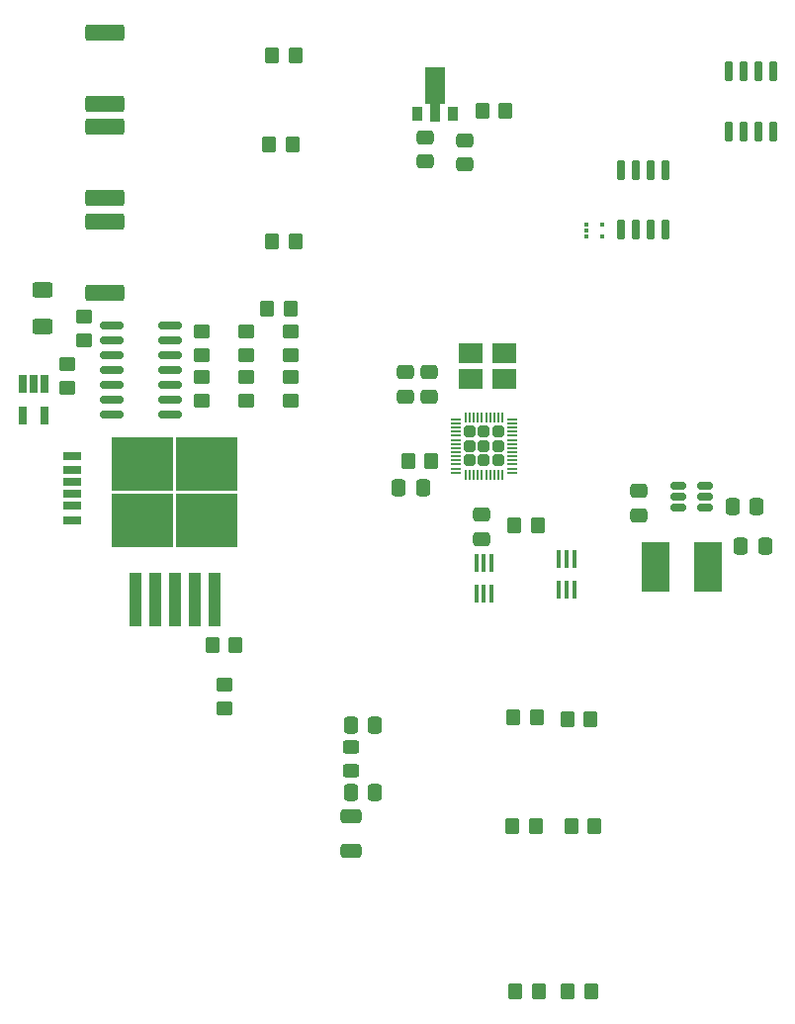
<source format=gbr>
%TF.GenerationSoftware,KiCad,Pcbnew,(6.0.2)*%
%TF.CreationDate,2022-04-25T03:39:25-07:00*%
%TF.ProjectId,schematic,73636865-6d61-4746-9963-2e6b69636164,rev?*%
%TF.SameCoordinates,Original*%
%TF.FileFunction,Paste,Top*%
%TF.FilePolarity,Positive*%
%FSLAX46Y46*%
G04 Gerber Fmt 4.6, Leading zero omitted, Abs format (unit mm)*
G04 Created by KiCad (PCBNEW (6.0.2)) date 2022-04-25 03:39:25*
%MOMM*%
%LPD*%
G01*
G04 APERTURE LIST*
G04 Aperture macros list*
%AMRoundRect*
0 Rectangle with rounded corners*
0 $1 Rounding radius*
0 $2 $3 $4 $5 $6 $7 $8 $9 X,Y pos of 4 corners*
0 Add a 4 corners polygon primitive as box body*
4,1,4,$2,$3,$4,$5,$6,$7,$8,$9,$2,$3,0*
0 Add four circle primitives for the rounded corners*
1,1,$1+$1,$2,$3*
1,1,$1+$1,$4,$5*
1,1,$1+$1,$6,$7*
1,1,$1+$1,$8,$9*
0 Add four rect primitives between the rounded corners*
20,1,$1+$1,$2,$3,$4,$5,0*
20,1,$1+$1,$4,$5,$6,$7,0*
20,1,$1+$1,$6,$7,$8,$9,0*
20,1,$1+$1,$8,$9,$2,$3,0*%
%AMFreePoly0*
4,1,9,3.862500,-0.866500,0.737500,-0.866500,0.737500,-0.450000,-0.737500,-0.450000,-0.737500,0.450000,0.737500,0.450000,0.737500,0.866500,3.862500,0.866500,3.862500,-0.866500,3.862500,-0.866500,$1*%
G04 Aperture macros list end*
%ADD10RoundRect,0.250000X-0.650000X0.350000X-0.650000X-0.350000X0.650000X-0.350000X0.650000X0.350000X0*%
%ADD11RoundRect,0.250000X-0.337500X-0.475000X0.337500X-0.475000X0.337500X0.475000X-0.337500X0.475000X0*%
%ADD12RoundRect,0.250000X0.450000X-0.325000X0.450000X0.325000X-0.450000X0.325000X-0.450000X-0.325000X0*%
%ADD13R,0.400000X1.500000*%
%ADD14RoundRect,0.250000X-0.350000X-0.450000X0.350000X-0.450000X0.350000X0.450000X-0.350000X0.450000X0*%
%ADD15RoundRect,0.250000X0.337500X0.475000X-0.337500X0.475000X-0.337500X-0.475000X0.337500X-0.475000X0*%
%ADD16RoundRect,0.150000X-0.150000X0.725000X-0.150000X-0.725000X0.150000X-0.725000X0.150000X0.725000X0*%
%ADD17RoundRect,0.150000X0.512500X0.150000X-0.512500X0.150000X-0.512500X-0.150000X0.512500X-0.150000X0*%
%ADD18R,0.900000X1.300000*%
%ADD19FreePoly0,90.000000*%
%ADD20RoundRect,0.250000X-0.475000X0.337500X-0.475000X-0.337500X0.475000X-0.337500X0.475000X0.337500X0*%
%ADD21RoundRect,0.250000X0.450000X-0.350000X0.450000X0.350000X-0.450000X0.350000X-0.450000X-0.350000X0*%
%ADD22RoundRect,0.250000X-0.450000X0.350000X-0.450000X-0.350000X0.450000X-0.350000X0.450000X0.350000X0*%
%ADD23R,2.400000X4.200000*%
%ADD24R,0.650000X1.560000*%
%ADD25RoundRect,0.250000X0.350000X0.450000X-0.350000X0.450000X-0.350000X-0.450000X0.350000X-0.450000X0*%
%ADD26R,1.600000X0.800000*%
%ADD27R,1.600000X0.760000*%
%ADD28R,1.600000X0.700000*%
%ADD29R,2.100000X1.800000*%
%ADD30R,1.100000X4.600000*%
%ADD31R,5.250000X4.550000*%
%ADD32RoundRect,0.247500X-0.247500X-0.247500X0.247500X-0.247500X0.247500X0.247500X-0.247500X0.247500X0*%
%ADD33RoundRect,0.050000X-0.350000X-0.050000X0.350000X-0.050000X0.350000X0.050000X-0.350000X0.050000X0*%
%ADD34RoundRect,0.050000X-0.050000X-0.350000X0.050000X-0.350000X0.050000X0.350000X-0.050000X0.350000X0*%
%ADD35RoundRect,0.250000X0.625000X-0.400000X0.625000X0.400000X-0.625000X0.400000X-0.625000X-0.400000X0*%
%ADD36R,0.450000X0.300000*%
%ADD37RoundRect,0.150000X-0.825000X-0.150000X0.825000X-0.150000X0.825000X0.150000X-0.825000X0.150000X0*%
%ADD38RoundRect,0.249999X-1.425001X0.450001X-1.425001X-0.450001X1.425001X-0.450001X1.425001X0.450001X0*%
%ADD39RoundRect,0.150000X0.150000X-0.725000X0.150000X0.725000X-0.150000X0.725000X-0.150000X-0.725000X0*%
%ADD40RoundRect,0.250000X0.475000X-0.337500X0.475000X0.337500X-0.475000X0.337500X-0.475000X-0.337500X0*%
G04 APERTURE END LIST*
D10*
%TO.C,AE1*%
X127203200Y-125018800D03*
X127203200Y-127918800D03*
%TD*%
D11*
%TO.C,C1*%
X127203200Y-122986800D03*
X129278200Y-122986800D03*
%TD*%
%TO.C,C2*%
X127177800Y-117170200D03*
X129252800Y-117170200D03*
%TD*%
D12*
%TO.C,L1*%
X127203200Y-121099800D03*
X127203200Y-119049800D03*
%TD*%
D13*
%TO.C,U21*%
X146319000Y-105597000D03*
X145669000Y-105597000D03*
X145019000Y-105597000D03*
X145019000Y-102937000D03*
X145669000Y-102937000D03*
X146319000Y-102937000D03*
%TD*%
%TO.C,U20*%
X137932400Y-103292600D03*
X138582400Y-103292600D03*
X139232400Y-103292600D03*
X139232400Y-105952600D03*
X138582400Y-105952600D03*
X137932400Y-105952600D03*
%TD*%
D14*
%TO.C,R10*%
X132096000Y-94589600D03*
X134096000Y-94589600D03*
%TD*%
D15*
%TO.C,C16*%
X133350000Y-96875600D03*
X131275000Y-96875600D03*
%TD*%
D16*
%TO.C,U3*%
X163347400Y-66379800D03*
X162077400Y-66379800D03*
X160807400Y-66379800D03*
X159537400Y-66379800D03*
X159537400Y-61229800D03*
X160807400Y-61229800D03*
X162077400Y-61229800D03*
X163347400Y-61229800D03*
%TD*%
D14*
%TO.C,R2*%
X138430000Y-64617600D03*
X140430000Y-64617600D03*
%TD*%
D17*
%TO.C,U16*%
X155210100Y-98587600D03*
X155210100Y-97637600D03*
X155210100Y-96687600D03*
X157485100Y-96687600D03*
X157485100Y-97637600D03*
X157485100Y-98587600D03*
%TD*%
D18*
%TO.C,U19*%
X135891400Y-64870600D03*
D19*
X134391400Y-64783100D03*
D18*
X132891400Y-64870600D03*
%TD*%
D11*
%TO.C,C13*%
X161957100Y-98475800D03*
X159882100Y-98475800D03*
%TD*%
D20*
%TO.C,C12*%
X136982200Y-69232600D03*
X136982200Y-67157600D03*
%TD*%
D21*
%TO.C,R39*%
X116357400Y-115731800D03*
X116357400Y-113731800D03*
%TD*%
D22*
%TO.C,R26*%
X118205200Y-85513000D03*
X118205200Y-83513000D03*
%TD*%
D23*
%TO.C,L2*%
X157810200Y-103682800D03*
X153310200Y-103682800D03*
%TD*%
D24*
%TO.C,U15*%
X101000600Y-90681800D03*
X99100600Y-90681800D03*
X99100600Y-87981800D03*
X100050600Y-87981800D03*
X101000600Y-87981800D03*
%TD*%
D25*
%TO.C,R3*%
X141214600Y-100076000D03*
X143214600Y-100076000D03*
%TD*%
D20*
%TO.C,C3*%
X133897200Y-89074600D03*
X133897200Y-86999600D03*
%TD*%
D22*
%TO.C,R25*%
X122015200Y-89418000D03*
X122015200Y-87418000D03*
%TD*%
D14*
%TO.C,R17*%
X122465800Y-59859000D03*
X120465800Y-59859000D03*
%TD*%
D25*
%TO.C,R20*%
X145710400Y-116662200D03*
X147710400Y-116662200D03*
%TD*%
D26*
%TO.C,J2*%
X103291800Y-94150600D03*
D27*
X103291800Y-95380600D03*
D28*
X103291800Y-97400600D03*
D26*
X103291800Y-99650600D03*
D27*
X103291800Y-98420600D03*
D28*
X103291800Y-96400600D03*
%TD*%
D14*
%TO.C,R18*%
X122211800Y-67479000D03*
X120211800Y-67479000D03*
%TD*%
D25*
%TO.C,R40*%
X117332000Y-110363000D03*
X115332000Y-110363000D03*
%TD*%
D29*
%TO.C,Y1*%
X137474200Y-87550600D03*
X140374200Y-87550600D03*
X140374200Y-85350600D03*
X137474200Y-85350600D03*
%TD*%
D14*
%TO.C,R19*%
X122440400Y-75759400D03*
X120440400Y-75759400D03*
%TD*%
D30*
%TO.C,U17*%
X115515600Y-106409800D03*
X113815600Y-106409800D03*
X112115600Y-106409800D03*
X110415600Y-106409800D03*
X108715600Y-106409800D03*
D31*
X109340600Y-99684800D03*
X109340600Y-94834800D03*
X114890600Y-94834800D03*
X114890600Y-99684800D03*
%TD*%
D32*
%TO.C,U1*%
X139826200Y-92075600D03*
X138596200Y-92075600D03*
X138596200Y-93305600D03*
X139826200Y-93305600D03*
X137366200Y-92075600D03*
X138596200Y-94535600D03*
X137366200Y-94535600D03*
X137366200Y-93305600D03*
X139826200Y-94535600D03*
D33*
X136146200Y-91030600D03*
X136146200Y-91380600D03*
X136146200Y-91730600D03*
X136146200Y-92080600D03*
X136146200Y-92430600D03*
X136146200Y-92780600D03*
X136146200Y-93130600D03*
X136146200Y-93480600D03*
X136146200Y-93830600D03*
X136146200Y-94180600D03*
X136146200Y-94530600D03*
X136146200Y-94880600D03*
X136146200Y-95230600D03*
X136146200Y-95580600D03*
D34*
X137021200Y-95755600D03*
X137371200Y-95755600D03*
X137721200Y-95755600D03*
X138071200Y-95755600D03*
X138421200Y-95755600D03*
X138771200Y-95755600D03*
X139121200Y-95755600D03*
X139471200Y-95755600D03*
X139821200Y-95755600D03*
X140171200Y-95755600D03*
D33*
X141046200Y-95580600D03*
X141046200Y-95230600D03*
X141046200Y-94880600D03*
X141046200Y-94530600D03*
X141046200Y-94180600D03*
X141046200Y-93830600D03*
X141046200Y-93480600D03*
X141046200Y-93130600D03*
X141046200Y-92780600D03*
X141046200Y-92430600D03*
X141046200Y-92080600D03*
X141046200Y-91730600D03*
X141046200Y-91380600D03*
X141046200Y-91030600D03*
D34*
X140171200Y-90855600D03*
X139821200Y-90855600D03*
X139471200Y-90855600D03*
X139121200Y-90855600D03*
X138771200Y-90855600D03*
X138421200Y-90855600D03*
X138071200Y-90855600D03*
X137721200Y-90855600D03*
X137371200Y-90855600D03*
X137021200Y-90855600D03*
%TD*%
D25*
%TO.C,TH1*%
X141113000Y-116535200D03*
X143113000Y-116535200D03*
%TD*%
D35*
%TO.C,R4*%
X100755400Y-79950400D03*
X100755400Y-83050400D03*
%TD*%
D25*
%TO.C,R21*%
X146066000Y-125857000D03*
X148066000Y-125857000D03*
%TD*%
D36*
%TO.C,U8*%
X148756600Y-74379200D03*
X148756600Y-75379200D03*
X147356600Y-75379200D03*
X147356600Y-74879200D03*
X147356600Y-74379200D03*
%TD*%
D25*
%TO.C,TH2*%
X141011400Y-125831600D03*
X143011400Y-125831600D03*
%TD*%
D22*
%TO.C,R27*%
X118205200Y-89418000D03*
X118205200Y-87418000D03*
%TD*%
D37*
%TO.C,U5*%
X111688600Y-83007800D03*
X111688600Y-84277800D03*
X111688600Y-85547800D03*
X111688600Y-86817800D03*
X111688600Y-88087800D03*
X111688600Y-89357800D03*
X111688600Y-90627800D03*
X106738600Y-90627800D03*
X106738600Y-89357800D03*
X106738600Y-88087800D03*
X106738600Y-86817800D03*
X106738600Y-85547800D03*
X106738600Y-84277800D03*
X106738600Y-83007800D03*
%TD*%
D25*
%TO.C,TH3*%
X141306800Y-139979400D03*
X143306800Y-139979400D03*
%TD*%
D38*
%TO.C,R16*%
X106165600Y-80181000D03*
X106165600Y-74081000D03*
%TD*%
D39*
%TO.C,U4*%
X150317200Y-69662600D03*
X151587200Y-69662600D03*
X152857200Y-69662600D03*
X154127200Y-69662600D03*
X154127200Y-74812600D03*
X152857200Y-74812600D03*
X151587200Y-74812600D03*
X150317200Y-74812600D03*
%TD*%
D20*
%TO.C,C8*%
X138379200Y-101265900D03*
X138379200Y-99190900D03*
%TD*%
D11*
%TO.C,C14*%
X162642900Y-101879400D03*
X160567900Y-101879400D03*
%TD*%
D40*
%TO.C,C4*%
X131865200Y-86999600D03*
X131865200Y-89074600D03*
%TD*%
D25*
%TO.C,R24*%
X145745200Y-139979400D03*
X147745200Y-139979400D03*
%TD*%
D14*
%TO.C,R22*%
X122047000Y-81584800D03*
X120047000Y-81584800D03*
%TD*%
D22*
%TO.C,R23*%
X122015200Y-85513000D03*
X122015200Y-83513000D03*
%TD*%
%TO.C,R33*%
X102914400Y-88291000D03*
X102914400Y-86291000D03*
%TD*%
%TO.C,R29*%
X114395200Y-89418000D03*
X114395200Y-87418000D03*
%TD*%
D38*
%TO.C,R15*%
X106114800Y-72103800D03*
X106114800Y-66003800D03*
%TD*%
D22*
%TO.C,R28*%
X114395200Y-85513000D03*
X114395200Y-83513000D03*
%TD*%
D38*
%TO.C,R12*%
X106089400Y-64001200D03*
X106089400Y-57901200D03*
%TD*%
D21*
%TO.C,R5*%
X104336800Y-82252400D03*
X104336800Y-84252400D03*
%TD*%
D20*
%TO.C,C11*%
X151826400Y-99208500D03*
X151826400Y-97133500D03*
%TD*%
%TO.C,C9*%
X133553200Y-68953200D03*
X133553200Y-66878200D03*
%TD*%
M02*

</source>
